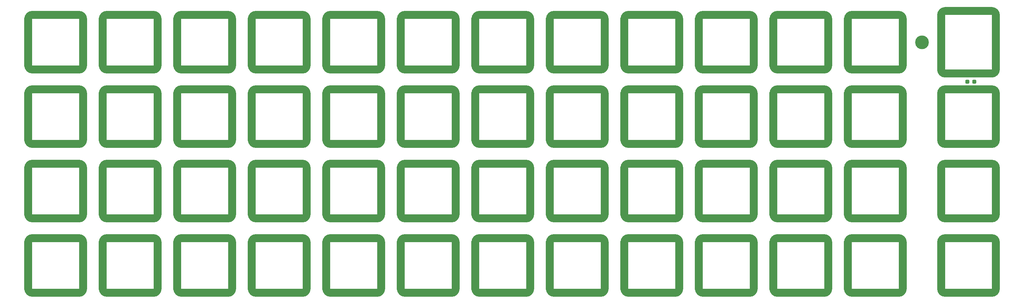
<source format=gbr>
G04 #@! TF.GenerationSoftware,KiCad,Pcbnew,(6.0.1-0)*
G04 #@! TF.CreationDate,2022-04-26T12:35:50-05:00*
G04 #@! TF.ProjectId,plate,706c6174-652e-46b6-9963-61645f706362,rev?*
G04 #@! TF.SameCoordinates,Original*
G04 #@! TF.FileFunction,Soldermask,Bot*
G04 #@! TF.FilePolarity,Negative*
%FSLAX46Y46*%
G04 Gerber Fmt 4.6, Leading zero omitted, Abs format (unit mm)*
G04 Created by KiCad (PCBNEW (6.0.1-0)) date 2022-04-26 12:35:50*
%MOMM*%
%LPD*%
G01*
G04 APERTURE LIST*
G04 Aperture macros list*
%AMRoundRect*
0 Rectangle with rounded corners*
0 $1 Rounding radius*
0 $2 $3 $4 $5 $6 $7 $8 $9 X,Y pos of 4 corners*
0 Add a 4 corners polygon primitive as box body*
4,1,4,$2,$3,$4,$5,$6,$7,$8,$9,$2,$3,0*
0 Add four circle primitives for the rounded corners*
1,1,$1+$1,$2,$3*
1,1,$1+$1,$4,$5*
1,1,$1+$1,$6,$7*
1,1,$1+$1,$8,$9*
0 Add four rect primitives between the rounded corners*
20,1,$1+$1,$2,$3,$4,$5,0*
20,1,$1+$1,$4,$5,$6,$7,0*
20,1,$1+$1,$6,$7,$8,$9,0*
20,1,$1+$1,$8,$9,$2,$3,0*%
G04 Aperture macros list end*
%ADD10C,2.000000*%
%ADD11C,3.500000*%
%ADD12RoundRect,0.237500X-0.287500X-0.237500X0.287500X-0.237500X0.287500X0.237500X-0.287500X0.237500X0*%
G04 APERTURE END LIST*
D10*
X314373170Y-95106620D02*
X302373170Y-95106620D01*
X301373170Y-94106620D02*
X301373170Y-82106620D01*
X314373170Y-81106620D02*
X302373170Y-81106620D01*
X315373170Y-94106620D02*
X315373170Y-82106620D01*
X315373170Y-82106620D02*
G75*
G03*
X314373170Y-81106620I-999999J1D01*
G01*
X314373170Y-95106620D02*
G75*
G03*
X315373170Y-94106620I1J999999D01*
G01*
X301373170Y-94106620D02*
G75*
G03*
X302373170Y-95106620I999999J-1D01*
G01*
X302373170Y-81106620D02*
G75*
G03*
X301373170Y-82106620I-1J-999999D01*
G01*
X161972530Y-43006460D02*
X149972530Y-43006460D01*
X162972530Y-56006460D02*
X162972530Y-44006460D01*
X161972530Y-57006460D02*
X149972530Y-57006460D01*
X148972530Y-56006460D02*
X148972530Y-44006460D01*
X148972530Y-56006460D02*
G75*
G03*
X149972530Y-57006460I999999J-1D01*
G01*
X161972530Y-57006460D02*
G75*
G03*
X162972530Y-56006460I1J999999D01*
G01*
X162972530Y-44006460D02*
G75*
G03*
X161972530Y-43006460I-999999J1D01*
G01*
X149972530Y-43006460D02*
G75*
G03*
X148972530Y-44006460I-1J-999999D01*
G01*
X182022610Y-56006460D02*
X182022610Y-44006460D01*
X168022610Y-56006460D02*
X168022610Y-44006460D01*
X181022610Y-57006460D02*
X169022610Y-57006460D01*
X181022610Y-43006460D02*
X169022610Y-43006460D01*
X169022610Y-43006460D02*
G75*
G03*
X168022610Y-44006460I-1J-999999D01*
G01*
X168022610Y-56006460D02*
G75*
G03*
X169022610Y-57006460I999999J-1D01*
G01*
X181022610Y-57006460D02*
G75*
G03*
X182022610Y-56006460I1J999999D01*
G01*
X182022610Y-44006460D02*
G75*
G03*
X181022610Y-43006460I-999999J1D01*
G01*
X200072690Y-43006460D02*
X188072690Y-43006460D01*
X200072690Y-57006460D02*
X188072690Y-57006460D01*
X201072690Y-56006460D02*
X201072690Y-44006460D01*
X187072690Y-56006460D02*
X187072690Y-44006460D01*
X187072690Y-56006460D02*
G75*
G03*
X188072690Y-57006460I999999J-1D01*
G01*
X200072690Y-57006460D02*
G75*
G03*
X201072690Y-56006460I1J999999D01*
G01*
X188072690Y-43006460D02*
G75*
G03*
X187072690Y-44006460I-1J-999999D01*
G01*
X201072690Y-44006460D02*
G75*
G03*
X200072690Y-43006460I-999999J1D01*
G01*
X206122770Y-56006460D02*
X206122770Y-44006460D01*
X220122770Y-56006460D02*
X220122770Y-44006460D01*
X219122770Y-43006460D02*
X207122770Y-43006460D01*
X219122770Y-57006460D02*
X207122770Y-57006460D01*
X220122770Y-44006460D02*
G75*
G03*
X219122770Y-43006460I-999999J1D01*
G01*
X219122770Y-57006460D02*
G75*
G03*
X220122770Y-56006460I1J999999D01*
G01*
X206122770Y-56006460D02*
G75*
G03*
X207122770Y-57006460I999999J-1D01*
G01*
X207122770Y-43006460D02*
G75*
G03*
X206122770Y-44006460I-1J-999999D01*
G01*
X225172850Y-56006460D02*
X225172850Y-44006460D01*
X239172850Y-56006460D02*
X239172850Y-44006460D01*
X238172850Y-57006460D02*
X226172850Y-57006460D01*
X238172850Y-43006460D02*
X226172850Y-43006460D01*
X238172850Y-57006460D02*
G75*
G03*
X239172850Y-56006460I1J999999D01*
G01*
X225172850Y-56006460D02*
G75*
G03*
X226172850Y-57006460I999999J-1D01*
G01*
X239172850Y-44006460D02*
G75*
G03*
X238172850Y-43006460I-999999J1D01*
G01*
X226172850Y-43006460D02*
G75*
G03*
X225172850Y-44006460I-1J-999999D01*
G01*
X334423250Y-56006460D02*
X334423250Y-44006460D01*
X333423250Y-57006460D02*
X321423250Y-57006460D01*
X320423250Y-56006460D02*
X320423250Y-44006460D01*
X333423250Y-43006460D02*
X321423250Y-43006460D01*
X334423250Y-44006460D02*
G75*
G03*
X333423250Y-43006460I-999999J1D01*
G01*
X320423250Y-56006460D02*
G75*
G03*
X321423250Y-57006460I999999J-1D01*
G01*
X333423250Y-57006460D02*
G75*
G03*
X334423250Y-56006460I1J999999D01*
G01*
X321423250Y-43006460D02*
G75*
G03*
X320423250Y-44006460I-1J-999999D01*
G01*
X353473330Y-56006460D02*
X353473330Y-44006460D01*
X352473330Y-43006460D02*
X340473330Y-43006460D01*
X339473330Y-56006460D02*
X339473330Y-44006460D01*
X352473330Y-57006460D02*
X340473330Y-57006460D01*
X353473330Y-44006460D02*
G75*
G03*
X352473330Y-43006460I-999999J1D01*
G01*
X352473330Y-57006460D02*
G75*
G03*
X353473330Y-56006460I1J999999D01*
G01*
X340473330Y-43006460D02*
G75*
G03*
X339473330Y-44006460I-1J-999999D01*
G01*
X339473330Y-56006460D02*
G75*
G03*
X340473330Y-57006460I999999J-1D01*
G01*
X161972530Y-76056540D02*
X149972530Y-76056540D01*
X148972530Y-75056540D02*
X148972530Y-63056540D01*
X161972530Y-62056540D02*
X149972530Y-62056540D01*
X162972530Y-75056540D02*
X162972530Y-63056540D01*
X161972530Y-76056540D02*
G75*
G03*
X162972530Y-75056540I1J999999D01*
G01*
X149972530Y-62056540D02*
G75*
G03*
X148972530Y-63056540I-1J-999999D01*
G01*
X162972530Y-63056540D02*
G75*
G03*
X161972530Y-62056540I-999999J1D01*
G01*
X148972530Y-75056540D02*
G75*
G03*
X149972530Y-76056540I999999J-1D01*
G01*
X201072690Y-75056540D02*
X201072690Y-63056540D01*
X200072690Y-62056540D02*
X188072690Y-62056540D01*
X200072690Y-76056540D02*
X188072690Y-76056540D01*
X187072690Y-75056540D02*
X187072690Y-63056540D01*
X187072690Y-75056540D02*
G75*
G03*
X188072690Y-76056540I999999J-1D01*
G01*
X200072690Y-76056540D02*
G75*
G03*
X201072690Y-75056540I1J999999D01*
G01*
X201072690Y-63056540D02*
G75*
G03*
X200072690Y-62056540I-999999J1D01*
G01*
X188072690Y-62056540D02*
G75*
G03*
X187072690Y-63056540I-1J-999999D01*
G01*
X239172850Y-75056540D02*
X239172850Y-63056540D01*
X225172850Y-75056540D02*
X225172850Y-63056540D01*
X238172850Y-76056540D02*
X226172850Y-76056540D01*
X238172850Y-62056540D02*
X226172850Y-62056540D01*
X225172850Y-75056540D02*
G75*
G03*
X226172850Y-76056540I999999J-1D01*
G01*
X238172850Y-76056540D02*
G75*
G03*
X239172850Y-75056540I1J999999D01*
G01*
X239172850Y-63056540D02*
G75*
G03*
X238172850Y-62056540I-999999J1D01*
G01*
X226172850Y-62056540D02*
G75*
G03*
X225172850Y-63056540I-1J-999999D01*
G01*
X257222930Y-62056540D02*
X245222930Y-62056540D01*
X258222930Y-75056540D02*
X258222930Y-63056540D01*
X257222930Y-76056540D02*
X245222930Y-76056540D01*
X244222930Y-75056540D02*
X244222930Y-63056540D01*
X257222930Y-76056540D02*
G75*
G03*
X258222930Y-75056540I1J999999D01*
G01*
X244222930Y-75056540D02*
G75*
G03*
X245222930Y-76056540I999999J-1D01*
G01*
X258222930Y-63056540D02*
G75*
G03*
X257222930Y-62056540I-999999J1D01*
G01*
X245222930Y-62056540D02*
G75*
G03*
X244222930Y-63056540I-1J-999999D01*
G01*
X276273010Y-76056540D02*
X264273010Y-76056540D01*
X277273010Y-75056540D02*
X277273010Y-63056540D01*
X276273010Y-62056540D02*
X264273010Y-62056540D01*
X263273010Y-75056540D02*
X263273010Y-63056540D01*
X264273010Y-62056540D02*
G75*
G03*
X263273010Y-63056540I-1J-999999D01*
G01*
X277273010Y-63056540D02*
G75*
G03*
X276273010Y-62056540I-999999J1D01*
G01*
X263273010Y-75056540D02*
G75*
G03*
X264273010Y-76056540I999999J-1D01*
G01*
X276273010Y-76056540D02*
G75*
G03*
X277273010Y-75056540I1J999999D01*
G01*
X295323090Y-76056540D02*
X283323090Y-76056540D01*
X282323090Y-75056540D02*
X282323090Y-63056540D01*
X295323090Y-62056540D02*
X283323090Y-62056540D01*
X296323090Y-75056540D02*
X296323090Y-63056540D01*
X295323090Y-76056540D02*
G75*
G03*
X296323090Y-75056540I1J999999D01*
G01*
X282323090Y-75056540D02*
G75*
G03*
X283323090Y-76056540I999999J-1D01*
G01*
X296323090Y-63056540D02*
G75*
G03*
X295323090Y-62056540I-999999J1D01*
G01*
X283323090Y-62056540D02*
G75*
G03*
X282323090Y-63056540I-1J-999999D01*
G01*
X301373170Y-75056540D02*
X301373170Y-63056540D01*
X314373170Y-62056540D02*
X302373170Y-62056540D01*
X315373170Y-75056540D02*
X315373170Y-63056540D01*
X314373170Y-76056540D02*
X302373170Y-76056540D01*
X301373170Y-75056540D02*
G75*
G03*
X302373170Y-76056540I999999J-1D01*
G01*
X302373170Y-62056540D02*
G75*
G03*
X301373170Y-63056540I-1J-999999D01*
G01*
X315373170Y-63056540D02*
G75*
G03*
X314373170Y-62056540I-999999J1D01*
G01*
X314373170Y-76056540D02*
G75*
G03*
X315373170Y-75056540I1J999999D01*
G01*
X333423250Y-76056540D02*
X321423250Y-76056540D01*
X333423250Y-62056540D02*
X321423250Y-62056540D01*
X334423250Y-75056540D02*
X334423250Y-63056540D01*
X320423250Y-75056540D02*
X320423250Y-63056540D01*
X333423250Y-76056540D02*
G75*
G03*
X334423250Y-75056540I1J999999D01*
G01*
X321423250Y-62056540D02*
G75*
G03*
X320423250Y-63056540I-1J-999999D01*
G01*
X334423250Y-63056540D02*
G75*
G03*
X333423250Y-62056540I-999999J1D01*
G01*
X320423250Y-75056540D02*
G75*
G03*
X321423250Y-76056540I999999J-1D01*
G01*
X339473330Y-75056540D02*
X339473330Y-63056540D01*
X352473330Y-76056540D02*
X340473330Y-76056540D01*
X352473330Y-62056540D02*
X340473330Y-62056540D01*
X353473330Y-75056540D02*
X353473330Y-63056540D01*
X339473330Y-75056540D02*
G75*
G03*
X340473330Y-76056540I999999J-1D01*
G01*
X352473330Y-76056540D02*
G75*
G03*
X353473330Y-75056540I1J999999D01*
G01*
X340473330Y-62056540D02*
G75*
G03*
X339473330Y-63056540I-1J-999999D01*
G01*
X353473330Y-63056540D02*
G75*
G03*
X352473330Y-62056540I-999999J1D01*
G01*
X372523410Y-75056540D02*
X372523410Y-63056540D01*
X358523410Y-75056540D02*
X358523410Y-63056540D01*
X371523410Y-76056540D02*
X359523410Y-76056540D01*
X371523410Y-62056540D02*
X359523410Y-62056540D01*
X372523410Y-63056540D02*
G75*
G03*
X371523410Y-62056540I-999999J1D01*
G01*
X371523410Y-76056540D02*
G75*
G03*
X372523410Y-75056540I1J999999D01*
G01*
X358523410Y-75056540D02*
G75*
G03*
X359523410Y-76056540I999999J-1D01*
G01*
X359523410Y-62056540D02*
G75*
G03*
X358523410Y-63056540I-1J-999999D01*
G01*
X161972530Y-81106620D02*
X149972530Y-81106620D01*
X148972530Y-94106620D02*
X148972530Y-82106620D01*
X162972530Y-94106620D02*
X162972530Y-82106620D01*
X161972530Y-95106620D02*
X149972530Y-95106620D01*
X148972530Y-94106620D02*
G75*
G03*
X149972530Y-95106620I999999J-1D01*
G01*
X149972530Y-81106620D02*
G75*
G03*
X148972530Y-82106620I-1J-999999D01*
G01*
X162972530Y-82106620D02*
G75*
G03*
X161972530Y-81106620I-999999J1D01*
G01*
X161972530Y-95106620D02*
G75*
G03*
X162972530Y-94106620I1J999999D01*
G01*
X181022610Y-95106620D02*
X169022610Y-95106620D01*
X168022610Y-94106620D02*
X168022610Y-82106620D01*
X182022610Y-94106620D02*
X182022610Y-82106620D01*
X181022610Y-81106620D02*
X169022610Y-81106620D01*
X169022610Y-81106620D02*
G75*
G03*
X168022610Y-82106620I-1J-999999D01*
G01*
X181022610Y-95106620D02*
G75*
G03*
X182022610Y-94106620I1J999999D01*
G01*
X168022610Y-94106620D02*
G75*
G03*
X169022610Y-95106620I999999J-1D01*
G01*
X182022610Y-82106620D02*
G75*
G03*
X181022610Y-81106620I-999999J1D01*
G01*
X201072690Y-94106620D02*
X201072690Y-82106620D01*
X200072690Y-95106620D02*
X188072690Y-95106620D01*
X187072690Y-94106620D02*
X187072690Y-82106620D01*
X200072690Y-81106620D02*
X188072690Y-81106620D01*
X201072690Y-82106620D02*
G75*
G03*
X200072690Y-81106620I-999999J1D01*
G01*
X187072690Y-94106620D02*
G75*
G03*
X188072690Y-95106620I999999J-1D01*
G01*
X188072690Y-81106620D02*
G75*
G03*
X187072690Y-82106620I-1J-999999D01*
G01*
X200072690Y-95106620D02*
G75*
G03*
X201072690Y-94106620I1J999999D01*
G01*
X206122770Y-94106620D02*
X206122770Y-82106620D01*
X220122770Y-94106620D02*
X220122770Y-82106620D01*
X219122770Y-81106620D02*
X207122770Y-81106620D01*
X219122770Y-95106620D02*
X207122770Y-95106620D01*
X219122770Y-95106620D02*
G75*
G03*
X220122770Y-94106620I1J999999D01*
G01*
X206122770Y-94106620D02*
G75*
G03*
X207122770Y-95106620I999999J-1D01*
G01*
X207122770Y-81106620D02*
G75*
G03*
X206122770Y-82106620I-1J-999999D01*
G01*
X220122770Y-82106620D02*
G75*
G03*
X219122770Y-81106620I-999999J1D01*
G01*
X238172850Y-81106620D02*
X226172850Y-81106620D01*
X225172850Y-94106620D02*
X225172850Y-82106620D01*
X239172850Y-94106620D02*
X239172850Y-82106620D01*
X238172850Y-95106620D02*
X226172850Y-95106620D01*
X239172850Y-82106620D02*
G75*
G03*
X238172850Y-81106620I-999999J1D01*
G01*
X226172850Y-81106620D02*
G75*
G03*
X225172850Y-82106620I-1J-999999D01*
G01*
X225172850Y-94106620D02*
G75*
G03*
X226172850Y-95106620I999999J-1D01*
G01*
X238172850Y-95106620D02*
G75*
G03*
X239172850Y-94106620I1J999999D01*
G01*
X244222930Y-94106620D02*
X244222930Y-82106620D01*
X257222930Y-95106620D02*
X245222930Y-95106620D01*
X258222930Y-94106620D02*
X258222930Y-82106620D01*
X257222930Y-81106620D02*
X245222930Y-81106620D01*
X245222930Y-81106620D02*
G75*
G03*
X244222930Y-82106620I-1J-999999D01*
G01*
X244222930Y-94106620D02*
G75*
G03*
X245222930Y-95106620I999999J-1D01*
G01*
X257222930Y-95106620D02*
G75*
G03*
X258222930Y-94106620I1J999999D01*
G01*
X258222930Y-82106620D02*
G75*
G03*
X257222930Y-81106620I-999999J1D01*
G01*
X276273010Y-81106620D02*
X264273010Y-81106620D01*
X276273010Y-95106620D02*
X264273010Y-95106620D01*
X263273010Y-94106620D02*
X263273010Y-82106620D01*
X277273010Y-94106620D02*
X277273010Y-82106620D01*
X264273010Y-81106620D02*
G75*
G03*
X263273010Y-82106620I-1J-999999D01*
G01*
X276273010Y-95106620D02*
G75*
G03*
X277273010Y-94106620I1J999999D01*
G01*
X277273010Y-82106620D02*
G75*
G03*
X276273010Y-81106620I-999999J1D01*
G01*
X263273010Y-94106620D02*
G75*
G03*
X264273010Y-95106620I999999J-1D01*
G01*
X295323090Y-81106620D02*
X283323090Y-81106620D01*
X282323090Y-94106620D02*
X282323090Y-82106620D01*
X295323090Y-95106620D02*
X283323090Y-95106620D01*
X296323090Y-94106620D02*
X296323090Y-82106620D01*
X282323090Y-94106620D02*
G75*
G03*
X283323090Y-95106620I999999J-1D01*
G01*
X283323090Y-81106620D02*
G75*
G03*
X282323090Y-82106620I-1J-999999D01*
G01*
X296323090Y-82106620D02*
G75*
G03*
X295323090Y-81106620I-999999J1D01*
G01*
X295323090Y-95106620D02*
G75*
G03*
X296323090Y-94106620I1J999999D01*
G01*
X333423250Y-95106620D02*
X321423250Y-95106620D01*
X333423250Y-81106620D02*
X321423250Y-81106620D01*
X320423250Y-94106620D02*
X320423250Y-82106620D01*
X334423250Y-94106620D02*
X334423250Y-82106620D01*
X333423250Y-95106620D02*
G75*
G03*
X334423250Y-94106620I1J999999D01*
G01*
X320423250Y-94106620D02*
G75*
G03*
X321423250Y-95106620I999999J-1D01*
G01*
X334423250Y-82106620D02*
G75*
G03*
X333423250Y-81106620I-999999J1D01*
G01*
X321423250Y-81106620D02*
G75*
G03*
X320423250Y-82106620I-1J-999999D01*
G01*
X353473330Y-94106620D02*
X353473330Y-82106620D01*
X339473330Y-94106620D02*
X339473330Y-82106620D01*
X352473330Y-95106620D02*
X340473330Y-95106620D01*
X352473330Y-81106620D02*
X340473330Y-81106620D01*
X340473330Y-81106620D02*
G75*
G03*
X339473330Y-82106620I-1J-999999D01*
G01*
X353473330Y-82106620D02*
G75*
G03*
X352473330Y-81106620I-999999J1D01*
G01*
X352473330Y-95106620D02*
G75*
G03*
X353473330Y-94106620I1J999999D01*
G01*
X339473330Y-94106620D02*
G75*
G03*
X340473330Y-95106620I999999J-1D01*
G01*
X358523410Y-94106620D02*
X358523410Y-82106620D01*
X372523410Y-94106620D02*
X372523410Y-82106620D01*
X371523410Y-81106620D02*
X359523410Y-81106620D01*
X371523410Y-95106620D02*
X359523410Y-95106620D01*
X371523410Y-95106620D02*
G75*
G03*
X372523410Y-94106620I1J999999D01*
G01*
X372523410Y-82106620D02*
G75*
G03*
X371523410Y-81106620I-999999J1D01*
G01*
X358523410Y-94106620D02*
G75*
G03*
X359523410Y-95106620I999999J-1D01*
G01*
X359523410Y-81106620D02*
G75*
G03*
X358523410Y-82106620I-1J-999999D01*
G01*
X181022610Y-100156700D02*
X169022610Y-100156700D01*
X168022610Y-113156700D02*
X168022610Y-101156700D01*
X182022610Y-113156700D02*
X182022610Y-101156700D01*
X181022610Y-114156700D02*
X169022610Y-114156700D01*
X169022610Y-100156700D02*
G75*
G03*
X168022610Y-101156700I-1J-999999D01*
G01*
X168022610Y-113156700D02*
G75*
G03*
X169022610Y-114156700I999999J-1D01*
G01*
X181022610Y-114156700D02*
G75*
G03*
X182022610Y-113156700I1J999999D01*
G01*
X182022610Y-101156700D02*
G75*
G03*
X181022610Y-100156700I-999999J1D01*
G01*
X200072690Y-100156700D02*
X188072690Y-100156700D01*
X200072690Y-114156700D02*
X188072690Y-114156700D01*
X201072690Y-113156700D02*
X201072690Y-101156700D01*
X187072690Y-113156700D02*
X187072690Y-101156700D01*
X200072690Y-114156700D02*
G75*
G03*
X201072690Y-113156700I1J999999D01*
G01*
X201072690Y-101156700D02*
G75*
G03*
X200072690Y-100156700I-999999J1D01*
G01*
X188072690Y-100156700D02*
G75*
G03*
X187072690Y-101156700I-1J-999999D01*
G01*
X187072690Y-113156700D02*
G75*
G03*
X188072690Y-114156700I999999J-1D01*
G01*
X206122770Y-113156700D02*
X206122770Y-101156700D01*
X220122770Y-113156700D02*
X220122770Y-101156700D01*
X219122770Y-114156700D02*
X207122770Y-114156700D01*
X219122770Y-100156700D02*
X207122770Y-100156700D01*
X219122770Y-114156700D02*
G75*
G03*
X220122770Y-113156700I1J999999D01*
G01*
X206122770Y-113156700D02*
G75*
G03*
X207122770Y-114156700I999999J-1D01*
G01*
X207122770Y-100156700D02*
G75*
G03*
X206122770Y-101156700I-1J-999999D01*
G01*
X220122770Y-101156700D02*
G75*
G03*
X219122770Y-100156700I-999999J1D01*
G01*
X238172850Y-100156700D02*
X226172850Y-100156700D01*
X225172850Y-113156700D02*
X225172850Y-101156700D01*
X238172850Y-114156700D02*
X226172850Y-114156700D01*
X239172850Y-113156700D02*
X239172850Y-101156700D01*
X225172850Y-113156700D02*
G75*
G03*
X226172850Y-114156700I999999J-1D01*
G01*
X239172850Y-101156700D02*
G75*
G03*
X238172850Y-100156700I-999999J1D01*
G01*
X226172850Y-100156700D02*
G75*
G03*
X225172850Y-101156700I-1J-999999D01*
G01*
X238172850Y-114156700D02*
G75*
G03*
X239172850Y-113156700I1J999999D01*
G01*
X244222930Y-113156700D02*
X244222930Y-101156700D01*
X257222930Y-100156700D02*
X245222930Y-100156700D01*
X258222930Y-113156700D02*
X258222930Y-101156700D01*
X257222930Y-114156700D02*
X245222930Y-114156700D01*
X245222930Y-100156700D02*
G75*
G03*
X244222930Y-101156700I-1J-999999D01*
G01*
X258222930Y-101156700D02*
G75*
G03*
X257222930Y-100156700I-999999J1D01*
G01*
X244222930Y-113156700D02*
G75*
G03*
X245222930Y-114156700I999999J-1D01*
G01*
X257222930Y-114156700D02*
G75*
G03*
X258222930Y-113156700I1J999999D01*
G01*
X276273010Y-114156700D02*
X264273010Y-114156700D01*
X276273010Y-100156700D02*
X264273010Y-100156700D01*
X263273010Y-113156700D02*
X263273010Y-101156700D01*
X277273010Y-113156700D02*
X277273010Y-101156700D01*
X263273010Y-113156700D02*
G75*
G03*
X264273010Y-114156700I999999J-1D01*
G01*
X276273010Y-114156700D02*
G75*
G03*
X277273010Y-113156700I1J999999D01*
G01*
X264273010Y-100156700D02*
G75*
G03*
X263273010Y-101156700I-1J-999999D01*
G01*
X277273010Y-101156700D02*
G75*
G03*
X276273010Y-100156700I-999999J1D01*
G01*
X295323090Y-114156700D02*
X283323090Y-114156700D01*
X296323090Y-113156700D02*
X296323090Y-101156700D01*
X295323090Y-100156700D02*
X283323090Y-100156700D01*
X282323090Y-113156700D02*
X282323090Y-101156700D01*
X282323090Y-113156700D02*
G75*
G03*
X283323090Y-114156700I999999J-1D01*
G01*
X295323090Y-114156700D02*
G75*
G03*
X296323090Y-113156700I1J999999D01*
G01*
X296323090Y-101156700D02*
G75*
G03*
X295323090Y-100156700I-999999J1D01*
G01*
X283323090Y-100156700D02*
G75*
G03*
X282323090Y-101156700I-1J-999999D01*
G01*
X314373170Y-100156700D02*
X302373170Y-100156700D01*
X315373170Y-113156700D02*
X315373170Y-101156700D01*
X314373170Y-114156700D02*
X302373170Y-114156700D01*
X301373170Y-113156700D02*
X301373170Y-101156700D01*
X315373170Y-101156700D02*
G75*
G03*
X314373170Y-100156700I-999999J1D01*
G01*
X314373170Y-114156700D02*
G75*
G03*
X315373170Y-113156700I1J999999D01*
G01*
X301373170Y-113156700D02*
G75*
G03*
X302373170Y-114156700I999999J-1D01*
G01*
X302373170Y-100156700D02*
G75*
G03*
X301373170Y-101156700I-1J-999999D01*
G01*
X334423250Y-113156700D02*
X334423250Y-101156700D01*
X333423250Y-100156700D02*
X321423250Y-100156700D01*
X320423250Y-113156700D02*
X320423250Y-101156700D01*
X333423250Y-114156700D02*
X321423250Y-114156700D01*
X333423250Y-114156700D02*
G75*
G03*
X334423250Y-113156700I1J999999D01*
G01*
X320423250Y-113156700D02*
G75*
G03*
X321423250Y-114156700I999999J-1D01*
G01*
X321423250Y-100156700D02*
G75*
G03*
X320423250Y-101156700I-1J-999999D01*
G01*
X334423250Y-101156700D02*
G75*
G03*
X333423250Y-100156700I-999999J1D01*
G01*
X352473330Y-114160000D02*
X340473330Y-114160000D01*
X339473330Y-113160000D02*
X339473330Y-101160000D01*
X353473330Y-113160000D02*
X353473330Y-101160000D01*
X352473330Y-100160000D02*
X340473330Y-100160000D01*
X340473330Y-100160000D02*
G75*
G03*
X339473330Y-101160000I-1J-999999D01*
G01*
X352473330Y-114160000D02*
G75*
G03*
X353473330Y-113160000I1J999999D01*
G01*
X339473330Y-113160000D02*
G75*
G03*
X340473330Y-114160000I999999J-1D01*
G01*
X353473330Y-101160000D02*
G75*
G03*
X352473330Y-100160000I-999999J1D01*
G01*
X371523410Y-100156700D02*
X359523410Y-100156700D01*
X372523410Y-113156700D02*
X372523410Y-101156700D01*
X358523410Y-113156700D02*
X358523410Y-101156700D01*
X371523410Y-114156700D02*
X359523410Y-114156700D01*
X358523410Y-113156700D02*
G75*
G03*
X359523410Y-114156700I999999J-1D01*
G01*
X359523410Y-100156700D02*
G75*
G03*
X358523410Y-101156700I-1J-999999D01*
G01*
X372523410Y-101156700D02*
G75*
G03*
X371523410Y-100156700I-999999J1D01*
G01*
X371523410Y-114156700D02*
G75*
G03*
X372523410Y-113156700I1J999999D01*
G01*
X162972530Y-113156700D02*
X162972530Y-101156700D01*
X148972530Y-113156700D02*
X148972530Y-101156700D01*
X161972530Y-114156700D02*
X149972530Y-114156700D01*
X161972530Y-100156700D02*
X149972530Y-100156700D01*
X162972530Y-101156700D02*
G75*
G03*
X161972530Y-100156700I-999999J1D01*
G01*
X149972530Y-100156700D02*
G75*
G03*
X148972530Y-101156700I-1J-999999D01*
G01*
X161972530Y-114156700D02*
G75*
G03*
X162972530Y-113156700I1J999999D01*
G01*
X148972530Y-113156700D02*
G75*
G03*
X149972530Y-114156700I999999J-1D01*
G01*
X168022610Y-75056540D02*
X168022610Y-63056540D01*
X182022610Y-75056540D02*
X182022610Y-63056540D01*
X181022610Y-76056540D02*
X169022610Y-76056540D01*
X181022610Y-62056540D02*
X169022610Y-62056540D01*
X181022610Y-76056540D02*
G75*
G03*
X182022610Y-75056540I1J999999D01*
G01*
X182022610Y-63056540D02*
G75*
G03*
X181022610Y-62056540I-999999J1D01*
G01*
X169022610Y-62056540D02*
G75*
G03*
X168022610Y-63056540I-1J-999999D01*
G01*
X168022610Y-75056540D02*
G75*
G03*
X169022610Y-76056540I999999J-1D01*
G01*
X396335890Y-94106428D02*
X396335890Y-82106428D01*
X382335890Y-94106428D02*
X382335890Y-82106428D01*
X395335890Y-81106428D02*
X383335890Y-81106428D01*
X395335890Y-95106428D02*
X383335890Y-95106428D01*
X396335890Y-82106428D02*
G75*
G03*
X395335890Y-81106428I-999999J1D01*
G01*
X383335890Y-81106428D02*
G75*
G03*
X382335890Y-82106428I-1J-999999D01*
G01*
X382335890Y-94106428D02*
G75*
G03*
X383335890Y-95106428I999999J-1D01*
G01*
X395335890Y-95106428D02*
G75*
G03*
X396335890Y-94106428I1J999999D01*
G01*
X395335890Y-76056444D02*
X383335890Y-76056444D01*
X382335890Y-75056444D02*
X382335890Y-63056444D01*
X395335890Y-62056444D02*
X383335890Y-62056444D01*
X396335890Y-75056444D02*
X396335890Y-63056444D01*
X382335890Y-75056444D02*
G75*
G03*
X383335890Y-76056444I999999J-1D01*
G01*
X395335890Y-76056444D02*
G75*
G03*
X396335890Y-75056444I1J999999D01*
G01*
X396335890Y-63056444D02*
G75*
G03*
X395335890Y-62056444I-999999J1D01*
G01*
X383335890Y-62056444D02*
G75*
G03*
X382335890Y-63056444I-1J-999999D01*
G01*
X383336010Y-58031460D02*
X395328903Y-58031460D01*
X396336010Y-57031460D02*
X396336010Y-43031460D01*
X383336010Y-42031460D02*
X395336010Y-42031460D01*
X382336010Y-57031460D02*
X382336010Y-43031460D01*
X382336010Y-57031460D02*
G75*
G03*
X383336010Y-58031460I999999J-1D01*
G01*
X383336010Y-42031460D02*
G75*
G03*
X382336010Y-43031460I-1J-999999D01*
G01*
X395328903Y-58031460D02*
G75*
G03*
X396328903Y-57031460I1J999999D01*
G01*
X396336010Y-43031460D02*
G75*
G03*
X395336010Y-42031460I-999999J1D01*
G01*
X371523410Y-57006460D02*
X359523410Y-57006460D01*
X372523410Y-56006460D02*
X372523410Y-44006460D01*
X371523410Y-43006460D02*
X359523410Y-43006460D01*
X358523410Y-56006460D02*
X358523410Y-44006460D01*
X371523410Y-57006460D02*
G75*
G03*
X372523410Y-56006460I1J999999D01*
G01*
X359523410Y-43006460D02*
G75*
G03*
X358523410Y-44006460I-1J-999999D01*
G01*
X372523410Y-44006460D02*
G75*
G03*
X371523410Y-43006460I-999999J1D01*
G01*
X358523410Y-56006460D02*
G75*
G03*
X359523410Y-57006460I999999J-1D01*
G01*
X396336010Y-113156700D02*
X396336010Y-101156700D01*
X395336010Y-114156700D02*
X383336010Y-114156700D01*
X382336010Y-113156700D02*
X382336010Y-101156700D01*
X395336010Y-100156700D02*
X383336010Y-100156700D01*
X396336010Y-101156700D02*
G75*
G03*
X395336010Y-100156700I-999999J1D01*
G01*
X383336010Y-100156700D02*
G75*
G03*
X382336010Y-101156700I-1J-999999D01*
G01*
X395336010Y-114156700D02*
G75*
G03*
X396336010Y-113156700I1J999999D01*
G01*
X382336010Y-113156700D02*
G75*
G03*
X383336010Y-114156700I999999J-1D01*
G01*
X206122770Y-75056540D02*
X206122770Y-63056540D01*
X220122770Y-75056540D02*
X220122770Y-63056540D01*
X219122770Y-76056540D02*
X207122770Y-76056540D01*
X219122770Y-62056540D02*
X207122770Y-62056540D01*
X219122770Y-76056540D02*
G75*
G03*
X220122770Y-75056540I1J999999D01*
G01*
X220122770Y-63056540D02*
G75*
G03*
X219122770Y-62056540I-999999J1D01*
G01*
X207122770Y-62056540D02*
G75*
G03*
X206122770Y-63056540I-1J-999999D01*
G01*
X206122770Y-75056540D02*
G75*
G03*
X207122770Y-76056540I999999J-1D01*
G01*
X257223314Y-57006460D02*
X245223314Y-57006460D01*
X244223314Y-56006460D02*
X244223314Y-44006460D01*
X257223314Y-43006460D02*
X245223314Y-43006460D01*
X258223314Y-56006460D02*
X258223314Y-44006460D01*
X257223314Y-57006460D02*
G75*
G03*
X258223314Y-56006460I1J999999D01*
G01*
X245223314Y-43006460D02*
G75*
G03*
X244223314Y-44006460I-1J-999999D01*
G01*
X258223314Y-44006460D02*
G75*
G03*
X257223314Y-43006460I-999999J1D01*
G01*
X244223314Y-56006460D02*
G75*
G03*
X245223314Y-57006460I999999J-1D01*
G01*
X263273330Y-56006460D02*
X263273330Y-44006460D01*
X276273330Y-57006460D02*
X264273330Y-57006460D01*
X277273330Y-56006460D02*
X277273330Y-44006460D01*
X276273330Y-43006460D02*
X264273330Y-43006460D01*
X264273330Y-43006460D02*
G75*
G03*
X263273330Y-44006460I-1J-999999D01*
G01*
X263273330Y-56006460D02*
G75*
G03*
X264273330Y-57006460I999999J-1D01*
G01*
X277273330Y-44006460D02*
G75*
G03*
X276273330Y-43006460I-999999J1D01*
G01*
X276273330Y-57006460D02*
G75*
G03*
X277273330Y-56006460I1J999999D01*
G01*
X295323346Y-43006460D02*
X283323346Y-43006460D01*
X295323346Y-57006460D02*
X283323346Y-57006460D01*
X296323346Y-56006460D02*
X296323346Y-44006460D01*
X282323346Y-56006460D02*
X282323346Y-44006460D01*
X283323346Y-43006460D02*
G75*
G03*
X282323346Y-44006460I-1J-999999D01*
G01*
X296323346Y-44006460D02*
G75*
G03*
X295323346Y-43006460I-999999J1D01*
G01*
X282323346Y-56006460D02*
G75*
G03*
X283323346Y-57006460I999999J-1D01*
G01*
X295323346Y-57006460D02*
G75*
G03*
X296323346Y-56006460I1J999999D01*
G01*
X301373362Y-56006460D02*
X301373362Y-44006460D01*
X315373362Y-56006460D02*
X315373362Y-44006460D01*
X314373362Y-43006460D02*
X302373362Y-43006460D01*
X314373362Y-57006460D02*
X302373362Y-57006460D01*
X302373362Y-43006460D02*
G75*
G03*
X301373362Y-44006460I-1J-999999D01*
G01*
X315373362Y-44006460D02*
G75*
G03*
X314373362Y-43006460I-999999J1D01*
G01*
X301373362Y-56006460D02*
G75*
G03*
X302373362Y-57006460I999999J-1D01*
G01*
X314373362Y-57006460D02*
G75*
G03*
X315373362Y-56006460I1J999999D01*
G01*
D11*
X377429670Y-50006460D03*
D12*
X389056243Y-60126781D03*
X390806243Y-60126781D03*
M02*

</source>
